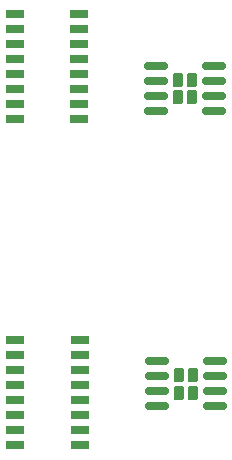
<source format=gbr>
%TF.GenerationSoftware,KiCad,Pcbnew,8.0.8*%
%TF.CreationDate,2025-02-03T10:15:12-05:00*%
%TF.ProjectId,Balanced Polarimeter,42616c61-6e63-4656-9420-506f6c617269,rev?*%
%TF.SameCoordinates,Original*%
%TF.FileFunction,Paste,Top*%
%TF.FilePolarity,Positive*%
%FSLAX46Y46*%
G04 Gerber Fmt 4.6, Leading zero omitted, Abs format (unit mm)*
G04 Created by KiCad (PCBNEW 8.0.8) date 2025-02-03 10:15:12*
%MOMM*%
%LPD*%
G01*
G04 APERTURE LIST*
G04 Aperture macros list*
%AMRoundRect*
0 Rectangle with rounded corners*
0 $1 Rounding radius*
0 $2 $3 $4 $5 $6 $7 $8 $9 X,Y pos of 4 corners*
0 Add a 4 corners polygon primitive as box body*
4,1,4,$2,$3,$4,$5,$6,$7,$8,$9,$2,$3,0*
0 Add four circle primitives for the rounded corners*
1,1,$1+$1,$2,$3*
1,1,$1+$1,$4,$5*
1,1,$1+$1,$6,$7*
1,1,$1+$1,$8,$9*
0 Add four rect primitives between the rounded corners*
20,1,$1+$1,$2,$3,$4,$5,0*
20,1,$1+$1,$4,$5,$6,$7,0*
20,1,$1+$1,$6,$7,$8,$9,0*
20,1,$1+$1,$8,$9,$2,$3,0*%
G04 Aperture macros list end*
%ADD10RoundRect,0.230000X-0.230000X-0.375000X0.230000X-0.375000X0.230000X0.375000X-0.230000X0.375000X0*%
%ADD11RoundRect,0.150000X-0.825000X-0.150000X0.825000X-0.150000X0.825000X0.150000X-0.825000X0.150000X0*%
%ADD12R,1.550000X0.650000*%
G04 APERTURE END LIST*
D10*
%TO.C,U1*%
X152360000Y-72171300D03*
X152360000Y-73671300D03*
X153500000Y-72171300D03*
X153500000Y-73671300D03*
D11*
X150455000Y-71016300D03*
X150455000Y-72286300D03*
X150455000Y-73556300D03*
X150455000Y-74826300D03*
X155405000Y-74826300D03*
X155405000Y-73556300D03*
X155405000Y-72286300D03*
X155405000Y-71016300D03*
%TD*%
D12*
%TO.C,Q1*%
X138500000Y-66631300D03*
X138500000Y-67901300D03*
X138500000Y-69171300D03*
X138500000Y-70441300D03*
X138500000Y-71711300D03*
X138500000Y-72981300D03*
X138500000Y-74251300D03*
X138500000Y-75521300D03*
X143950000Y-75521300D03*
X143950000Y-74251300D03*
X143950000Y-72981300D03*
X143950000Y-71711300D03*
X143950000Y-70441300D03*
X143950000Y-69171300D03*
X143950000Y-67901300D03*
X143950000Y-66631300D03*
%TD*%
%TO.C,Q2*%
X138550000Y-94226300D03*
X138550000Y-95496300D03*
X138550000Y-96766300D03*
X138550000Y-98036300D03*
X138550000Y-99306300D03*
X138550000Y-100576300D03*
X138550000Y-101846300D03*
X138550000Y-103116300D03*
X144000000Y-103116300D03*
X144000000Y-101846300D03*
X144000000Y-100576300D03*
X144000000Y-99306300D03*
X144000000Y-98036300D03*
X144000000Y-96766300D03*
X144000000Y-95496300D03*
X144000000Y-94226300D03*
%TD*%
D10*
%TO.C,U2*%
X152430000Y-97171300D03*
X152430000Y-98671300D03*
X153570000Y-97171300D03*
X153570000Y-98671300D03*
D11*
X150525000Y-96016300D03*
X150525000Y-97286300D03*
X150525000Y-98556300D03*
X150525000Y-99826300D03*
X155475000Y-99826300D03*
X155475000Y-98556300D03*
X155475000Y-97286300D03*
X155475000Y-96016300D03*
%TD*%
M02*

</source>
